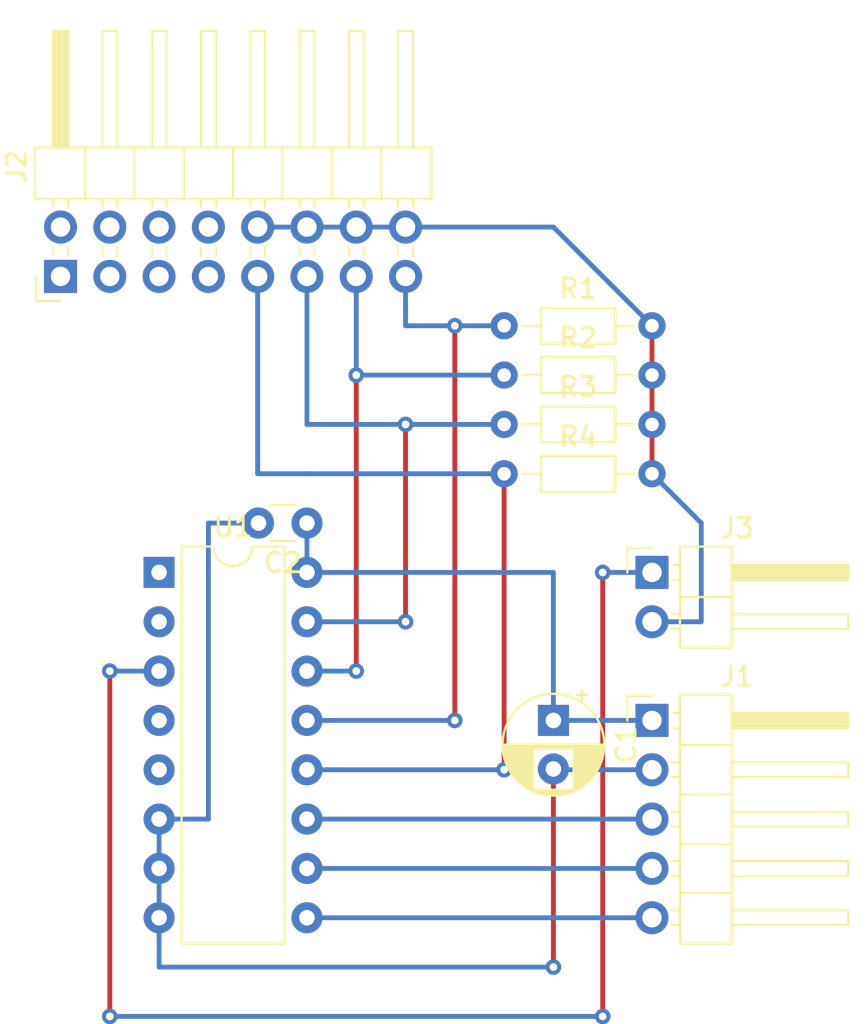
<source format=kicad_pcb>
(kicad_pcb (version 20171130) (host pcbnew 5.1.9-1.fc33)

  (general
    (thickness 1.6)
    (drawings 0)
    (tracks 61)
    (zones 0)
    (modules 10)
    (nets 12)
  )

  (page A4)
  (layers
    (0 F.Cu signal)
    (31 B.Cu signal)
    (32 B.Adhes user)
    (33 F.Adhes user)
    (34 B.Paste user)
    (35 F.Paste user)
    (36 B.SilkS user)
    (37 F.SilkS user)
    (38 B.Mask user)
    (39 F.Mask user)
    (40 Dwgs.User user)
    (41 Cmts.User user)
    (42 Eco1.User user)
    (43 Eco2.User user)
    (44 Edge.Cuts user)
    (45 Margin user)
    (46 B.CrtYd user)
    (47 F.CrtYd user)
    (48 B.Fab user)
    (49 F.Fab user)
  )

  (setup
    (last_trace_width 0.25)
    (trace_clearance 0.2)
    (zone_clearance 0.508)
    (zone_45_only no)
    (trace_min 0.2)
    (via_size 0.8)
    (via_drill 0.4)
    (via_min_size 0.4)
    (via_min_drill 0.3)
    (uvia_size 0.3)
    (uvia_drill 0.1)
    (uvias_allowed no)
    (uvia_min_size 0.2)
    (uvia_min_drill 0.1)
    (edge_width 0.05)
    (segment_width 0.2)
    (pcb_text_width 0.3)
    (pcb_text_size 1.5 1.5)
    (mod_edge_width 0.12)
    (mod_text_size 1 1)
    (mod_text_width 0.15)
    (pad_size 1.524 1.524)
    (pad_drill 0.762)
    (pad_to_mask_clearance 0)
    (aux_axis_origin 0 0)
    (visible_elements FFFFFF7F)
    (pcbplotparams
      (layerselection 0x010fc_ffffffff)
      (usegerberextensions false)
      (usegerberattributes true)
      (usegerberadvancedattributes true)
      (creategerberjobfile true)
      (excludeedgelayer true)
      (linewidth 0.100000)
      (plotframeref false)
      (viasonmask false)
      (mode 1)
      (useauxorigin false)
      (hpglpennumber 1)
      (hpglpenspeed 20)
      (hpglpendiameter 15.000000)
      (psnegative false)
      (psa4output false)
      (plotreference true)
      (plotvalue true)
      (plotinvisibletext false)
      (padsonsilk false)
      (subtractmaskfromsilk false)
      (outputformat 1)
      (mirror false)
      (drillshape 1)
      (scaleselection 1)
      (outputdirectory ""))
  )

  (net 0 "")
  (net 1 VDD)
  (net 2 GND)
  (net 3 "Net-(J1-Pad3)")
  (net 4 "Net-(J1-Pad4)")
  (net 5 "Net-(J1-Pad5)")
  (net 6 "Net-(J2-Pad10)")
  (net 7 "Net-(J3-Pad1)")
  (net 8 "Net-(J2-Pad15)")
  (net 9 "Net-(J2-Pad13)")
  (net 10 "Net-(J2-Pad11)")
  (net 11 "Net-(J2-Pad9)")

  (net_class Default "This is the default net class."
    (clearance 0.2)
    (trace_width 0.25)
    (via_dia 0.8)
    (via_drill 0.4)
    (uvia_dia 0.3)
    (uvia_drill 0.1)
    (add_net GND)
    (add_net "Net-(J1-Pad3)")
    (add_net "Net-(J1-Pad4)")
    (add_net "Net-(J1-Pad5)")
    (add_net "Net-(J2-Pad10)")
    (add_net "Net-(J2-Pad11)")
    (add_net "Net-(J2-Pad13)")
    (add_net "Net-(J2-Pad15)")
    (add_net "Net-(J2-Pad9)")
    (add_net "Net-(J3-Pad1)")
    (add_net VDD)
  )

  (module Connector_PinHeader_2.54mm:PinHeader_1x02_P2.54mm_Horizontal (layer F.Cu) (tedit 59FED5CB) (tstamp 602E59BA)
    (at 142.24 76.2)
    (descr "Through hole angled pin header, 1x02, 2.54mm pitch, 6mm pin length, single row")
    (tags "Through hole angled pin header THT 1x02 2.54mm single row")
    (path /604C548C)
    (fp_text reference J3 (at 4.385 -2.27) (layer F.SilkS)
      (effects (font (size 1 1) (thickness 0.15)))
    )
    (fp_text value Conn_01x02_Male (at 4.385 4.81) (layer F.Fab)
      (effects (font (size 1 1) (thickness 0.15)))
    )
    (fp_line (start 2.135 -1.27) (end 4.04 -1.27) (layer F.Fab) (width 0.1))
    (fp_line (start 4.04 -1.27) (end 4.04 3.81) (layer F.Fab) (width 0.1))
    (fp_line (start 4.04 3.81) (end 1.5 3.81) (layer F.Fab) (width 0.1))
    (fp_line (start 1.5 3.81) (end 1.5 -0.635) (layer F.Fab) (width 0.1))
    (fp_line (start 1.5 -0.635) (end 2.135 -1.27) (layer F.Fab) (width 0.1))
    (fp_line (start -0.32 -0.32) (end 1.5 -0.32) (layer F.Fab) (width 0.1))
    (fp_line (start -0.32 -0.32) (end -0.32 0.32) (layer F.Fab) (width 0.1))
    (fp_line (start -0.32 0.32) (end 1.5 0.32) (layer F.Fab) (width 0.1))
    (fp_line (start 4.04 -0.32) (end 10.04 -0.32) (layer F.Fab) (width 0.1))
    (fp_line (start 10.04 -0.32) (end 10.04 0.32) (layer F.Fab) (width 0.1))
    (fp_line (start 4.04 0.32) (end 10.04 0.32) (layer F.Fab) (width 0.1))
    (fp_line (start -0.32 2.22) (end 1.5 2.22) (layer F.Fab) (width 0.1))
    (fp_line (start -0.32 2.22) (end -0.32 2.86) (layer F.Fab) (width 0.1))
    (fp_line (start -0.32 2.86) (end 1.5 2.86) (layer F.Fab) (width 0.1))
    (fp_line (start 4.04 2.22) (end 10.04 2.22) (layer F.Fab) (width 0.1))
    (fp_line (start 10.04 2.22) (end 10.04 2.86) (layer F.Fab) (width 0.1))
    (fp_line (start 4.04 2.86) (end 10.04 2.86) (layer F.Fab) (width 0.1))
    (fp_line (start 1.44 -1.33) (end 1.44 3.87) (layer F.SilkS) (width 0.12))
    (fp_line (start 1.44 3.87) (end 4.1 3.87) (layer F.SilkS) (width 0.12))
    (fp_line (start 4.1 3.87) (end 4.1 -1.33) (layer F.SilkS) (width 0.12))
    (fp_line (start 4.1 -1.33) (end 1.44 -1.33) (layer F.SilkS) (width 0.12))
    (fp_line (start 4.1 -0.38) (end 10.1 -0.38) (layer F.SilkS) (width 0.12))
    (fp_line (start 10.1 -0.38) (end 10.1 0.38) (layer F.SilkS) (width 0.12))
    (fp_line (start 10.1 0.38) (end 4.1 0.38) (layer F.SilkS) (width 0.12))
    (fp_line (start 4.1 -0.32) (end 10.1 -0.32) (layer F.SilkS) (width 0.12))
    (fp_line (start 4.1 -0.2) (end 10.1 -0.2) (layer F.SilkS) (width 0.12))
    (fp_line (start 4.1 -0.08) (end 10.1 -0.08) (layer F.SilkS) (width 0.12))
    (fp_line (start 4.1 0.04) (end 10.1 0.04) (layer F.SilkS) (width 0.12))
    (fp_line (start 4.1 0.16) (end 10.1 0.16) (layer F.SilkS) (width 0.12))
    (fp_line (start 4.1 0.28) (end 10.1 0.28) (layer F.SilkS) (width 0.12))
    (fp_line (start 1.11 -0.38) (end 1.44 -0.38) (layer F.SilkS) (width 0.12))
    (fp_line (start 1.11 0.38) (end 1.44 0.38) (layer F.SilkS) (width 0.12))
    (fp_line (start 1.44 1.27) (end 4.1 1.27) (layer F.SilkS) (width 0.12))
    (fp_line (start 4.1 2.16) (end 10.1 2.16) (layer F.SilkS) (width 0.12))
    (fp_line (start 10.1 2.16) (end 10.1 2.92) (layer F.SilkS) (width 0.12))
    (fp_line (start 10.1 2.92) (end 4.1 2.92) (layer F.SilkS) (width 0.12))
    (fp_line (start 1.042929 2.16) (end 1.44 2.16) (layer F.SilkS) (width 0.12))
    (fp_line (start 1.042929 2.92) (end 1.44 2.92) (layer F.SilkS) (width 0.12))
    (fp_line (start -1.27 0) (end -1.27 -1.27) (layer F.SilkS) (width 0.12))
    (fp_line (start -1.27 -1.27) (end 0 -1.27) (layer F.SilkS) (width 0.12))
    (fp_line (start -1.8 -1.8) (end -1.8 4.35) (layer F.CrtYd) (width 0.05))
    (fp_line (start -1.8 4.35) (end 10.55 4.35) (layer F.CrtYd) (width 0.05))
    (fp_line (start 10.55 4.35) (end 10.55 -1.8) (layer F.CrtYd) (width 0.05))
    (fp_line (start 10.55 -1.8) (end -1.8 -1.8) (layer F.CrtYd) (width 0.05))
    (fp_text user %R (at 2.77 1.27 90) (layer F.Fab)
      (effects (font (size 1 1) (thickness 0.15)))
    )
    (pad 1 thru_hole rect (at 0 0) (size 1.7 1.7) (drill 1) (layers *.Cu *.Mask)
      (net 7 "Net-(J3-Pad1)"))
    (pad 2 thru_hole oval (at 0 2.54) (size 1.7 1.7) (drill 1) (layers *.Cu *.Mask)
      (net 6 "Net-(J2-Pad10)"))
    (model ${KISYS3DMOD}/Connector_PinHeader_2.54mm.3dshapes/PinHeader_1x02_P2.54mm_Horizontal.wrl
      (at (xyz 0 0 0))
      (scale (xyz 1 1 1))
      (rotate (xyz 0 0 0))
    )
  )

  (module Package_DIP:DIP-16_W7.62mm (layer F.Cu) (tedit 5A02E8C5) (tstamp 602DFB0B)
    (at 116.84 76.2)
    (descr "16-lead though-hole mounted DIP package, row spacing 7.62 mm (300 mils)")
    (tags "THT DIP DIL PDIP 2.54mm 7.62mm 300mil")
    (path /60481B08)
    (fp_text reference U1 (at 3.81 -2.33) (layer F.SilkS)
      (effects (font (size 1 1) (thickness 0.15)))
    )
    (fp_text value 4051 (at 3.81 20.11) (layer F.Fab)
      (effects (font (size 1 1) (thickness 0.15)))
    )
    (fp_line (start 1.635 -1.27) (end 6.985 -1.27) (layer F.Fab) (width 0.1))
    (fp_line (start 6.985 -1.27) (end 6.985 19.05) (layer F.Fab) (width 0.1))
    (fp_line (start 6.985 19.05) (end 0.635 19.05) (layer F.Fab) (width 0.1))
    (fp_line (start 0.635 19.05) (end 0.635 -0.27) (layer F.Fab) (width 0.1))
    (fp_line (start 0.635 -0.27) (end 1.635 -1.27) (layer F.Fab) (width 0.1))
    (fp_line (start 2.81 -1.33) (end 1.16 -1.33) (layer F.SilkS) (width 0.12))
    (fp_line (start 1.16 -1.33) (end 1.16 19.11) (layer F.SilkS) (width 0.12))
    (fp_line (start 1.16 19.11) (end 6.46 19.11) (layer F.SilkS) (width 0.12))
    (fp_line (start 6.46 19.11) (end 6.46 -1.33) (layer F.SilkS) (width 0.12))
    (fp_line (start 6.46 -1.33) (end 4.81 -1.33) (layer F.SilkS) (width 0.12))
    (fp_line (start -1.1 -1.55) (end -1.1 19.3) (layer F.CrtYd) (width 0.05))
    (fp_line (start -1.1 19.3) (end 8.7 19.3) (layer F.CrtYd) (width 0.05))
    (fp_line (start 8.7 19.3) (end 8.7 -1.55) (layer F.CrtYd) (width 0.05))
    (fp_line (start 8.7 -1.55) (end -1.1 -1.55) (layer F.CrtYd) (width 0.05))
    (fp_arc (start 3.81 -1.33) (end 2.81 -1.33) (angle -180) (layer F.SilkS) (width 0.12))
    (fp_text user %R (at 3.81 8.89) (layer F.Fab)
      (effects (font (size 1 1) (thickness 0.15)))
    )
    (pad 1 thru_hole rect (at 0 0) (size 1.6 1.6) (drill 0.8) (layers *.Cu *.Mask))
    (pad 9 thru_hole oval (at 7.62 17.78) (size 1.6 1.6) (drill 0.8) (layers *.Cu *.Mask)
      (net 5 "Net-(J1-Pad5)"))
    (pad 2 thru_hole oval (at 0 2.54) (size 1.6 1.6) (drill 0.8) (layers *.Cu *.Mask))
    (pad 10 thru_hole oval (at 7.62 15.24) (size 1.6 1.6) (drill 0.8) (layers *.Cu *.Mask)
      (net 4 "Net-(J1-Pad4)"))
    (pad 3 thru_hole oval (at 0 5.08) (size 1.6 1.6) (drill 0.8) (layers *.Cu *.Mask)
      (net 7 "Net-(J3-Pad1)"))
    (pad 11 thru_hole oval (at 7.62 12.7) (size 1.6 1.6) (drill 0.8) (layers *.Cu *.Mask)
      (net 3 "Net-(J1-Pad3)"))
    (pad 4 thru_hole oval (at 0 7.62) (size 1.6 1.6) (drill 0.8) (layers *.Cu *.Mask))
    (pad 12 thru_hole oval (at 7.62 10.16) (size 1.6 1.6) (drill 0.8) (layers *.Cu *.Mask)
      (net 11 "Net-(J2-Pad9)"))
    (pad 5 thru_hole oval (at 0 10.16) (size 1.6 1.6) (drill 0.8) (layers *.Cu *.Mask))
    (pad 13 thru_hole oval (at 7.62 7.62) (size 1.6 1.6) (drill 0.8) (layers *.Cu *.Mask)
      (net 8 "Net-(J2-Pad15)"))
    (pad 6 thru_hole oval (at 0 12.7) (size 1.6 1.6) (drill 0.8) (layers *.Cu *.Mask)
      (net 2 GND))
    (pad 14 thru_hole oval (at 7.62 5.08) (size 1.6 1.6) (drill 0.8) (layers *.Cu *.Mask)
      (net 9 "Net-(J2-Pad13)"))
    (pad 7 thru_hole oval (at 0 15.24) (size 1.6 1.6) (drill 0.8) (layers *.Cu *.Mask)
      (net 2 GND))
    (pad 15 thru_hole oval (at 7.62 2.54) (size 1.6 1.6) (drill 0.8) (layers *.Cu *.Mask)
      (net 10 "Net-(J2-Pad11)"))
    (pad 8 thru_hole oval (at 0 17.78) (size 1.6 1.6) (drill 0.8) (layers *.Cu *.Mask)
      (net 2 GND))
    (pad 16 thru_hole oval (at 7.62 0) (size 1.6 1.6) (drill 0.8) (layers *.Cu *.Mask)
      (net 1 VDD))
    (model ${KISYS3DMOD}/Package_DIP.3dshapes/DIP-16_W7.62mm.wrl
      (at (xyz 0 0 0))
      (scale (xyz 1 1 1))
      (rotate (xyz 0 0 0))
    )
  )

  (module Connector_PinHeader_2.54mm:PinHeader_2x08_P2.54mm_Horizontal (layer F.Cu) (tedit 59FED5CB) (tstamp 602DF9FC)
    (at 111.76 60.96 90)
    (descr "Through hole angled pin header, 2x08, 2.54mm pitch, 6mm pin length, double rows")
    (tags "Through hole angled pin header THT 2x08 2.54mm double row")
    (path /602DFCF7)
    (fp_text reference J2 (at 5.655 -2.27 90) (layer F.SilkS)
      (effects (font (size 1 1) (thickness 0.15)))
    )
    (fp_text value Conn_02x08_Odd_Even (at 5.655 20.05 90) (layer F.Fab)
      (effects (font (size 1 1) (thickness 0.15)))
    )
    (fp_line (start 13.1 -1.8) (end -1.8 -1.8) (layer F.CrtYd) (width 0.05))
    (fp_line (start 13.1 19.55) (end 13.1 -1.8) (layer F.CrtYd) (width 0.05))
    (fp_line (start -1.8 19.55) (end 13.1 19.55) (layer F.CrtYd) (width 0.05))
    (fp_line (start -1.8 -1.8) (end -1.8 19.55) (layer F.CrtYd) (width 0.05))
    (fp_line (start -1.27 -1.27) (end 0 -1.27) (layer F.SilkS) (width 0.12))
    (fp_line (start -1.27 0) (end -1.27 -1.27) (layer F.SilkS) (width 0.12))
    (fp_line (start 1.042929 18.16) (end 1.497071 18.16) (layer F.SilkS) (width 0.12))
    (fp_line (start 1.042929 17.4) (end 1.497071 17.4) (layer F.SilkS) (width 0.12))
    (fp_line (start 3.582929 18.16) (end 3.98 18.16) (layer F.SilkS) (width 0.12))
    (fp_line (start 3.582929 17.4) (end 3.98 17.4) (layer F.SilkS) (width 0.12))
    (fp_line (start 12.64 18.16) (end 6.64 18.16) (layer F.SilkS) (width 0.12))
    (fp_line (start 12.64 17.4) (end 12.64 18.16) (layer F.SilkS) (width 0.12))
    (fp_line (start 6.64 17.4) (end 12.64 17.4) (layer F.SilkS) (width 0.12))
    (fp_line (start 3.98 16.51) (end 6.64 16.51) (layer F.SilkS) (width 0.12))
    (fp_line (start 1.042929 15.62) (end 1.497071 15.62) (layer F.SilkS) (width 0.12))
    (fp_line (start 1.042929 14.86) (end 1.497071 14.86) (layer F.SilkS) (width 0.12))
    (fp_line (start 3.582929 15.62) (end 3.98 15.62) (layer F.SilkS) (width 0.12))
    (fp_line (start 3.582929 14.86) (end 3.98 14.86) (layer F.SilkS) (width 0.12))
    (fp_line (start 12.64 15.62) (end 6.64 15.62) (layer F.SilkS) (width 0.12))
    (fp_line (start 12.64 14.86) (end 12.64 15.62) (layer F.SilkS) (width 0.12))
    (fp_line (start 6.64 14.86) (end 12.64 14.86) (layer F.SilkS) (width 0.12))
    (fp_line (start 3.98 13.97) (end 6.64 13.97) (layer F.SilkS) (width 0.12))
    (fp_line (start 1.042929 13.08) (end 1.497071 13.08) (layer F.SilkS) (width 0.12))
    (fp_line (start 1.042929 12.32) (end 1.497071 12.32) (layer F.SilkS) (width 0.12))
    (fp_line (start 3.582929 13.08) (end 3.98 13.08) (layer F.SilkS) (width 0.12))
    (fp_line (start 3.582929 12.32) (end 3.98 12.32) (layer F.SilkS) (width 0.12))
    (fp_line (start 12.64 13.08) (end 6.64 13.08) (layer F.SilkS) (width 0.12))
    (fp_line (start 12.64 12.32) (end 12.64 13.08) (layer F.SilkS) (width 0.12))
    (fp_line (start 6.64 12.32) (end 12.64 12.32) (layer F.SilkS) (width 0.12))
    (fp_line (start 3.98 11.43) (end 6.64 11.43) (layer F.SilkS) (width 0.12))
    (fp_line (start 1.042929 10.54) (end 1.497071 10.54) (layer F.SilkS) (width 0.12))
    (fp_line (start 1.042929 9.78) (end 1.497071 9.78) (layer F.SilkS) (width 0.12))
    (fp_line (start 3.582929 10.54) (end 3.98 10.54) (layer F.SilkS) (width 0.12))
    (fp_line (start 3.582929 9.78) (end 3.98 9.78) (layer F.SilkS) (width 0.12))
    (fp_line (start 12.64 10.54) (end 6.64 10.54) (layer F.SilkS) (width 0.12))
    (fp_line (start 12.64 9.78) (end 12.64 10.54) (layer F.SilkS) (width 0.12))
    (fp_line (start 6.64 9.78) (end 12.64 9.78) (layer F.SilkS) (width 0.12))
    (fp_line (start 3.98 8.89) (end 6.64 8.89) (layer F.SilkS) (width 0.12))
    (fp_line (start 1.042929 8) (end 1.497071 8) (layer F.SilkS) (width 0.12))
    (fp_line (start 1.042929 7.24) (end 1.497071 7.24) (layer F.SilkS) (width 0.12))
    (fp_line (start 3.582929 8) (end 3.98 8) (layer F.SilkS) (width 0.12))
    (fp_line (start 3.582929 7.24) (end 3.98 7.24) (layer F.SilkS) (width 0.12))
    (fp_line (start 12.64 8) (end 6.64 8) (layer F.SilkS) (width 0.12))
    (fp_line (start 12.64 7.24) (end 12.64 8) (layer F.SilkS) (width 0.12))
    (fp_line (start 6.64 7.24) (end 12.64 7.24) (layer F.SilkS) (width 0.12))
    (fp_line (start 3.98 6.35) (end 6.64 6.35) (layer F.SilkS) (width 0.12))
    (fp_line (start 1.042929 5.46) (end 1.497071 5.46) (layer F.SilkS) (width 0.12))
    (fp_line (start 1.042929 4.7) (end 1.497071 4.7) (layer F.SilkS) (width 0.12))
    (fp_line (start 3.582929 5.46) (end 3.98 5.46) (layer F.SilkS) (width 0.12))
    (fp_line (start 3.582929 4.7) (end 3.98 4.7) (layer F.SilkS) (width 0.12))
    (fp_line (start 12.64 5.46) (end 6.64 5.46) (layer F.SilkS) (width 0.12))
    (fp_line (start 12.64 4.7) (end 12.64 5.46) (layer F.SilkS) (width 0.12))
    (fp_line (start 6.64 4.7) (end 12.64 4.7) (layer F.SilkS) (width 0.12))
    (fp_line (start 3.98 3.81) (end 6.64 3.81) (layer F.SilkS) (width 0.12))
    (fp_line (start 1.042929 2.92) (end 1.497071 2.92) (layer F.SilkS) (width 0.12))
    (fp_line (start 1.042929 2.16) (end 1.497071 2.16) (layer F.SilkS) (width 0.12))
    (fp_line (start 3.582929 2.92) (end 3.98 2.92) (layer F.SilkS) (width 0.12))
    (fp_line (start 3.582929 2.16) (end 3.98 2.16) (layer F.SilkS) (width 0.12))
    (fp_line (start 12.64 2.92) (end 6.64 2.92) (layer F.SilkS) (width 0.12))
    (fp_line (start 12.64 2.16) (end 12.64 2.92) (layer F.SilkS) (width 0.12))
    (fp_line (start 6.64 2.16) (end 12.64 2.16) (layer F.SilkS) (width 0.12))
    (fp_line (start 3.98 1.27) (end 6.64 1.27) (layer F.SilkS) (width 0.12))
    (fp_line (start 1.11 0.38) (end 1.497071 0.38) (layer F.SilkS) (width 0.12))
    (fp_line (start 1.11 -0.38) (end 1.497071 -0.38) (layer F.SilkS) (width 0.12))
    (fp_line (start 3.582929 0.38) (end 3.98 0.38) (layer F.SilkS) (width 0.12))
    (fp_line (start 3.582929 -0.38) (end 3.98 -0.38) (layer F.SilkS) (width 0.12))
    (fp_line (start 6.64 0.28) (end 12.64 0.28) (layer F.SilkS) (width 0.12))
    (fp_line (start 6.64 0.16) (end 12.64 0.16) (layer F.SilkS) (width 0.12))
    (fp_line (start 6.64 0.04) (end 12.64 0.04) (layer F.SilkS) (width 0.12))
    (fp_line (start 6.64 -0.08) (end 12.64 -0.08) (layer F.SilkS) (width 0.12))
    (fp_line (start 6.64 -0.2) (end 12.64 -0.2) (layer F.SilkS) (width 0.12))
    (fp_line (start 6.64 -0.32) (end 12.64 -0.32) (layer F.SilkS) (width 0.12))
    (fp_line (start 12.64 0.38) (end 6.64 0.38) (layer F.SilkS) (width 0.12))
    (fp_line (start 12.64 -0.38) (end 12.64 0.38) (layer F.SilkS) (width 0.12))
    (fp_line (start 6.64 -0.38) (end 12.64 -0.38) (layer F.SilkS) (width 0.12))
    (fp_line (start 6.64 -1.33) (end 3.98 -1.33) (layer F.SilkS) (width 0.12))
    (fp_line (start 6.64 19.11) (end 6.64 -1.33) (layer F.SilkS) (width 0.12))
    (fp_line (start 3.98 19.11) (end 6.64 19.11) (layer F.SilkS) (width 0.12))
    (fp_line (start 3.98 -1.33) (end 3.98 19.11) (layer F.SilkS) (width 0.12))
    (fp_line (start 6.58 18.1) (end 12.58 18.1) (layer F.Fab) (width 0.1))
    (fp_line (start 12.58 17.46) (end 12.58 18.1) (layer F.Fab) (width 0.1))
    (fp_line (start 6.58 17.46) (end 12.58 17.46) (layer F.Fab) (width 0.1))
    (fp_line (start -0.32 18.1) (end 4.04 18.1) (layer F.Fab) (width 0.1))
    (fp_line (start -0.32 17.46) (end -0.32 18.1) (layer F.Fab) (width 0.1))
    (fp_line (start -0.32 17.46) (end 4.04 17.46) (layer F.Fab) (width 0.1))
    (fp_line (start 6.58 15.56) (end 12.58 15.56) (layer F.Fab) (width 0.1))
    (fp_line (start 12.58 14.92) (end 12.58 15.56) (layer F.Fab) (width 0.1))
    (fp_line (start 6.58 14.92) (end 12.58 14.92) (layer F.Fab) (width 0.1))
    (fp_line (start -0.32 15.56) (end 4.04 15.56) (layer F.Fab) (width 0.1))
    (fp_line (start -0.32 14.92) (end -0.32 15.56) (layer F.Fab) (width 0.1))
    (fp_line (start -0.32 14.92) (end 4.04 14.92) (layer F.Fab) (width 0.1))
    (fp_line (start 6.58 13.02) (end 12.58 13.02) (layer F.Fab) (width 0.1))
    (fp_line (start 12.58 12.38) (end 12.58 13.02) (layer F.Fab) (width 0.1))
    (fp_line (start 6.58 12.38) (end 12.58 12.38) (layer F.Fab) (width 0.1))
    (fp_line (start -0.32 13.02) (end 4.04 13.02) (layer F.Fab) (width 0.1))
    (fp_line (start -0.32 12.38) (end -0.32 13.02) (layer F.Fab) (width 0.1))
    (fp_line (start -0.32 12.38) (end 4.04 12.38) (layer F.Fab) (width 0.1))
    (fp_line (start 6.58 10.48) (end 12.58 10.48) (layer F.Fab) (width 0.1))
    (fp_line (start 12.58 9.84) (end 12.58 10.48) (layer F.Fab) (width 0.1))
    (fp_line (start 6.58 9.84) (end 12.58 9.84) (layer F.Fab) (width 0.1))
    (fp_line (start -0.32 10.48) (end 4.04 10.48) (layer F.Fab) (width 0.1))
    (fp_line (start -0.32 9.84) (end -0.32 10.48) (layer F.Fab) (width 0.1))
    (fp_line (start -0.32 9.84) (end 4.04 9.84) (layer F.Fab) (width 0.1))
    (fp_line (start 6.58 7.94) (end 12.58 7.94) (layer F.Fab) (width 0.1))
    (fp_line (start 12.58 7.3) (end 12.58 7.94) (layer F.Fab) (width 0.1))
    (fp_line (start 6.58 7.3) (end 12.58 7.3) (layer F.Fab) (width 0.1))
    (fp_line (start -0.32 7.94) (end 4.04 7.94) (layer F.Fab) (width 0.1))
    (fp_line (start -0.32 7.3) (end -0.32 7.94) (layer F.Fab) (width 0.1))
    (fp_line (start -0.32 7.3) (end 4.04 7.3) (layer F.Fab) (width 0.1))
    (fp_line (start 6.58 5.4) (end 12.58 5.4) (layer F.Fab) (width 0.1))
    (fp_line (start 12.58 4.76) (end 12.58 5.4) (layer F.Fab) (width 0.1))
    (fp_line (start 6.58 4.76) (end 12.58 4.76) (layer F.Fab) (width 0.1))
    (fp_line (start -0.32 5.4) (end 4.04 5.4) (layer F.Fab) (width 0.1))
    (fp_line (start -0.32 4.76) (end -0.32 5.4) (layer F.Fab) (width 0.1))
    (fp_line (start -0.32 4.76) (end 4.04 4.76) (layer F.Fab) (width 0.1))
    (fp_line (start 6.58 2.86) (end 12.58 2.86) (layer F.Fab) (width 0.1))
    (fp_line (start 12.58 2.22) (end 12.58 2.86) (layer F.Fab) (width 0.1))
    (fp_line (start 6.58 2.22) (end 12.58 2.22) (layer F.Fab) (width 0.1))
    (fp_line (start -0.32 2.86) (end 4.04 2.86) (layer F.Fab) (width 0.1))
    (fp_line (start -0.32 2.22) (end -0.32 2.86) (layer F.Fab) (width 0.1))
    (fp_line (start -0.32 2.22) (end 4.04 2.22) (layer F.Fab) (width 0.1))
    (fp_line (start 6.58 0.32) (end 12.58 0.32) (layer F.Fab) (width 0.1))
    (fp_line (start 12.58 -0.32) (end 12.58 0.32) (layer F.Fab) (width 0.1))
    (fp_line (start 6.58 -0.32) (end 12.58 -0.32) (layer F.Fab) (width 0.1))
    (fp_line (start -0.32 0.32) (end 4.04 0.32) (layer F.Fab) (width 0.1))
    (fp_line (start -0.32 -0.32) (end -0.32 0.32) (layer F.Fab) (width 0.1))
    (fp_line (start -0.32 -0.32) (end 4.04 -0.32) (layer F.Fab) (width 0.1))
    (fp_line (start 4.04 -0.635) (end 4.675 -1.27) (layer F.Fab) (width 0.1))
    (fp_line (start 4.04 19.05) (end 4.04 -0.635) (layer F.Fab) (width 0.1))
    (fp_line (start 6.58 19.05) (end 4.04 19.05) (layer F.Fab) (width 0.1))
    (fp_line (start 6.58 -1.27) (end 6.58 19.05) (layer F.Fab) (width 0.1))
    (fp_line (start 4.675 -1.27) (end 6.58 -1.27) (layer F.Fab) (width 0.1))
    (fp_text user %R (at 5.31 8.89) (layer F.Fab)
      (effects (font (size 1 1) (thickness 0.15)))
    )
    (pad 16 thru_hole oval (at 2.54 17.78 90) (size 1.7 1.7) (drill 1) (layers *.Cu *.Mask)
      (net 6 "Net-(J2-Pad10)"))
    (pad 15 thru_hole oval (at 0 17.78 90) (size 1.7 1.7) (drill 1) (layers *.Cu *.Mask)
      (net 8 "Net-(J2-Pad15)"))
    (pad 14 thru_hole oval (at 2.54 15.24 90) (size 1.7 1.7) (drill 1) (layers *.Cu *.Mask)
      (net 6 "Net-(J2-Pad10)"))
    (pad 13 thru_hole oval (at 0 15.24 90) (size 1.7 1.7) (drill 1) (layers *.Cu *.Mask)
      (net 9 "Net-(J2-Pad13)"))
    (pad 12 thru_hole oval (at 2.54 12.7 90) (size 1.7 1.7) (drill 1) (layers *.Cu *.Mask)
      (net 6 "Net-(J2-Pad10)"))
    (pad 11 thru_hole oval (at 0 12.7 90) (size 1.7 1.7) (drill 1) (layers *.Cu *.Mask)
      (net 10 "Net-(J2-Pad11)"))
    (pad 10 thru_hole oval (at 2.54 10.16 90) (size 1.7 1.7) (drill 1) (layers *.Cu *.Mask)
      (net 6 "Net-(J2-Pad10)"))
    (pad 9 thru_hole oval (at 0 10.16 90) (size 1.7 1.7) (drill 1) (layers *.Cu *.Mask)
      (net 11 "Net-(J2-Pad9)"))
    (pad 8 thru_hole oval (at 2.54 7.62 90) (size 1.7 1.7) (drill 1) (layers *.Cu *.Mask))
    (pad 7 thru_hole oval (at 0 7.62 90) (size 1.7 1.7) (drill 1) (layers *.Cu *.Mask))
    (pad 6 thru_hole oval (at 2.54 5.08 90) (size 1.7 1.7) (drill 1) (layers *.Cu *.Mask))
    (pad 5 thru_hole oval (at 0 5.08 90) (size 1.7 1.7) (drill 1) (layers *.Cu *.Mask))
    (pad 4 thru_hole oval (at 2.54 2.54 90) (size 1.7 1.7) (drill 1) (layers *.Cu *.Mask))
    (pad 3 thru_hole oval (at 0 2.54 90) (size 1.7 1.7) (drill 1) (layers *.Cu *.Mask))
    (pad 2 thru_hole oval (at 2.54 0 90) (size 1.7 1.7) (drill 1) (layers *.Cu *.Mask))
    (pad 1 thru_hole rect (at 0 0 90) (size 1.7 1.7) (drill 1) (layers *.Cu *.Mask))
    (model ${KISYS3DMOD}/Connector_PinHeader_2.54mm.3dshapes/PinHeader_2x08_P2.54mm_Horizontal.wrl
      (at (xyz 0 0 0))
      (scale (xyz 1 1 1))
      (rotate (xyz 0 0 0))
    )
  )

  (module Resistor_THT:R_Axial_DIN0204_L3.6mm_D1.6mm_P7.62mm_Horizontal (layer F.Cu) (tedit 5AE5139B) (tstamp 602E3FA4)
    (at 134.62 63.5)
    (descr "Resistor, Axial_DIN0204 series, Axial, Horizontal, pin pitch=7.62mm, 0.167W, length*diameter=3.6*1.6mm^2, http://cdn-reichelt.de/documents/datenblatt/B400/1_4W%23YAG.pdf")
    (tags "Resistor Axial_DIN0204 series Axial Horizontal pin pitch 7.62mm 0.167W length 3.6mm diameter 1.6mm")
    (path /604A613D)
    (fp_text reference R1 (at 3.81 -1.92) (layer F.SilkS)
      (effects (font (size 1 1) (thickness 0.15)))
    )
    (fp_text value 1Meg (at 3.81 1.92) (layer F.Fab)
      (effects (font (size 1 1) (thickness 0.15)))
    )
    (fp_line (start 2.01 -0.8) (end 2.01 0.8) (layer F.Fab) (width 0.1))
    (fp_line (start 2.01 0.8) (end 5.61 0.8) (layer F.Fab) (width 0.1))
    (fp_line (start 5.61 0.8) (end 5.61 -0.8) (layer F.Fab) (width 0.1))
    (fp_line (start 5.61 -0.8) (end 2.01 -0.8) (layer F.Fab) (width 0.1))
    (fp_line (start 0 0) (end 2.01 0) (layer F.Fab) (width 0.1))
    (fp_line (start 7.62 0) (end 5.61 0) (layer F.Fab) (width 0.1))
    (fp_line (start 1.89 -0.92) (end 1.89 0.92) (layer F.SilkS) (width 0.12))
    (fp_line (start 1.89 0.92) (end 5.73 0.92) (layer F.SilkS) (width 0.12))
    (fp_line (start 5.73 0.92) (end 5.73 -0.92) (layer F.SilkS) (width 0.12))
    (fp_line (start 5.73 -0.92) (end 1.89 -0.92) (layer F.SilkS) (width 0.12))
    (fp_line (start 0.94 0) (end 1.89 0) (layer F.SilkS) (width 0.12))
    (fp_line (start 6.68 0) (end 5.73 0) (layer F.SilkS) (width 0.12))
    (fp_line (start -0.95 -1.05) (end -0.95 1.05) (layer F.CrtYd) (width 0.05))
    (fp_line (start -0.95 1.05) (end 8.57 1.05) (layer F.CrtYd) (width 0.05))
    (fp_line (start 8.57 1.05) (end 8.57 -1.05) (layer F.CrtYd) (width 0.05))
    (fp_line (start 8.57 -1.05) (end -0.95 -1.05) (layer F.CrtYd) (width 0.05))
    (fp_text user %R (at 3.81 0) (layer F.Fab)
      (effects (font (size 0.72 0.72) (thickness 0.108)))
    )
    (pad 1 thru_hole circle (at 0 0) (size 1.4 1.4) (drill 0.7) (layers *.Cu *.Mask)
      (net 8 "Net-(J2-Pad15)"))
    (pad 2 thru_hole oval (at 7.62 0) (size 1.4 1.4) (drill 0.7) (layers *.Cu *.Mask)
      (net 6 "Net-(J2-Pad10)"))
    (model ${KISYS3DMOD}/Resistor_THT.3dshapes/R_Axial_DIN0204_L3.6mm_D1.6mm_P7.62mm_Horizontal.wrl
      (at (xyz 0 0 0))
      (scale (xyz 1 1 1))
      (rotate (xyz 0 0 0))
    )
  )

  (module Resistor_THT:R_Axial_DIN0204_L3.6mm_D1.6mm_P7.62mm_Horizontal (layer F.Cu) (tedit 5AE5139B) (tstamp 602E3F62)
    (at 134.62 71.12)
    (descr "Resistor, Axial_DIN0204 series, Axial, Horizontal, pin pitch=7.62mm, 0.167W, length*diameter=3.6*1.6mm^2, http://cdn-reichelt.de/documents/datenblatt/B400/1_4W%23YAG.pdf")
    (tags "Resistor Axial_DIN0204 series Axial Horizontal pin pitch 7.62mm 0.167W length 3.6mm diameter 1.6mm")
    (path /604AB14B)
    (fp_text reference R4 (at 3.81 -1.92) (layer F.SilkS)
      (effects (font (size 1 1) (thickness 0.15)))
    )
    (fp_text value 1Meg (at 3.81 1.92) (layer F.Fab)
      (effects (font (size 1 1) (thickness 0.15)))
    )
    (fp_line (start 8.57 -1.05) (end -0.95 -1.05) (layer F.CrtYd) (width 0.05))
    (fp_line (start 8.57 1.05) (end 8.57 -1.05) (layer F.CrtYd) (width 0.05))
    (fp_line (start -0.95 1.05) (end 8.57 1.05) (layer F.CrtYd) (width 0.05))
    (fp_line (start -0.95 -1.05) (end -0.95 1.05) (layer F.CrtYd) (width 0.05))
    (fp_line (start 6.68 0) (end 5.73 0) (layer F.SilkS) (width 0.12))
    (fp_line (start 0.94 0) (end 1.89 0) (layer F.SilkS) (width 0.12))
    (fp_line (start 5.73 -0.92) (end 1.89 -0.92) (layer F.SilkS) (width 0.12))
    (fp_line (start 5.73 0.92) (end 5.73 -0.92) (layer F.SilkS) (width 0.12))
    (fp_line (start 1.89 0.92) (end 5.73 0.92) (layer F.SilkS) (width 0.12))
    (fp_line (start 1.89 -0.92) (end 1.89 0.92) (layer F.SilkS) (width 0.12))
    (fp_line (start 7.62 0) (end 5.61 0) (layer F.Fab) (width 0.1))
    (fp_line (start 0 0) (end 2.01 0) (layer F.Fab) (width 0.1))
    (fp_line (start 5.61 -0.8) (end 2.01 -0.8) (layer F.Fab) (width 0.1))
    (fp_line (start 5.61 0.8) (end 5.61 -0.8) (layer F.Fab) (width 0.1))
    (fp_line (start 2.01 0.8) (end 5.61 0.8) (layer F.Fab) (width 0.1))
    (fp_line (start 2.01 -0.8) (end 2.01 0.8) (layer F.Fab) (width 0.1))
    (fp_text user %R (at 3.81 0) (layer F.Fab)
      (effects (font (size 0.72 0.72) (thickness 0.108)))
    )
    (pad 2 thru_hole oval (at 7.62 0) (size 1.4 1.4) (drill 0.7) (layers *.Cu *.Mask)
      (net 6 "Net-(J2-Pad10)"))
    (pad 1 thru_hole circle (at 0 0) (size 1.4 1.4) (drill 0.7) (layers *.Cu *.Mask)
      (net 11 "Net-(J2-Pad9)"))
    (model ${KISYS3DMOD}/Resistor_THT.3dshapes/R_Axial_DIN0204_L3.6mm_D1.6mm_P7.62mm_Horizontal.wrl
      (at (xyz 0 0 0))
      (scale (xyz 1 1 1))
      (rotate (xyz 0 0 0))
    )
  )

  (module Resistor_THT:R_Axial_DIN0204_L3.6mm_D1.6mm_P7.62mm_Horizontal (layer F.Cu) (tedit 5AE5139B) (tstamp 602E7762)
    (at 134.62 66.04)
    (descr "Resistor, Axial_DIN0204 series, Axial, Horizontal, pin pitch=7.62mm, 0.167W, length*diameter=3.6*1.6mm^2, http://cdn-reichelt.de/documents/datenblatt/B400/1_4W%23YAG.pdf")
    (tags "Resistor Axial_DIN0204 series Axial Horizontal pin pitch 7.62mm 0.167W length 3.6mm diameter 1.6mm")
    (path /604AAB33)
    (fp_text reference R2 (at 3.81 -1.92) (layer F.SilkS)
      (effects (font (size 1 1) (thickness 0.15)))
    )
    (fp_text value 1Meg (at 3.81 1.92) (layer F.Fab)
      (effects (font (size 1 1) (thickness 0.15)))
    )
    (fp_line (start 8.57 -1.05) (end -0.95 -1.05) (layer F.CrtYd) (width 0.05))
    (fp_line (start 8.57 1.05) (end 8.57 -1.05) (layer F.CrtYd) (width 0.05))
    (fp_line (start -0.95 1.05) (end 8.57 1.05) (layer F.CrtYd) (width 0.05))
    (fp_line (start -0.95 -1.05) (end -0.95 1.05) (layer F.CrtYd) (width 0.05))
    (fp_line (start 6.68 0) (end 5.73 0) (layer F.SilkS) (width 0.12))
    (fp_line (start 0.94 0) (end 1.89 0) (layer F.SilkS) (width 0.12))
    (fp_line (start 5.73 -0.92) (end 1.89 -0.92) (layer F.SilkS) (width 0.12))
    (fp_line (start 5.73 0.92) (end 5.73 -0.92) (layer F.SilkS) (width 0.12))
    (fp_line (start 1.89 0.92) (end 5.73 0.92) (layer F.SilkS) (width 0.12))
    (fp_line (start 1.89 -0.92) (end 1.89 0.92) (layer F.SilkS) (width 0.12))
    (fp_line (start 7.62 0) (end 5.61 0) (layer F.Fab) (width 0.1))
    (fp_line (start 0 0) (end 2.01 0) (layer F.Fab) (width 0.1))
    (fp_line (start 5.61 -0.8) (end 2.01 -0.8) (layer F.Fab) (width 0.1))
    (fp_line (start 5.61 0.8) (end 5.61 -0.8) (layer F.Fab) (width 0.1))
    (fp_line (start 2.01 0.8) (end 5.61 0.8) (layer F.Fab) (width 0.1))
    (fp_line (start 2.01 -0.8) (end 2.01 0.8) (layer F.Fab) (width 0.1))
    (fp_text user %R (at 3.81 0) (layer F.Fab)
      (effects (font (size 0.72 0.72) (thickness 0.108)))
    )
    (pad 2 thru_hole oval (at 7.62 0) (size 1.4 1.4) (drill 0.7) (layers *.Cu *.Mask)
      (net 6 "Net-(J2-Pad10)"))
    (pad 1 thru_hole circle (at 0 0) (size 1.4 1.4) (drill 0.7) (layers *.Cu *.Mask)
      (net 9 "Net-(J2-Pad13)"))
    (model ${KISYS3DMOD}/Resistor_THT.3dshapes/R_Axial_DIN0204_L3.6mm_D1.6mm_P7.62mm_Horizontal.wrl
      (at (xyz 0 0 0))
      (scale (xyz 1 1 1))
      (rotate (xyz 0 0 0))
    )
  )

  (module Resistor_THT:R_Axial_DIN0204_L3.6mm_D1.6mm_P7.62mm_Horizontal (layer F.Cu) (tedit 5AE5139B) (tstamp 602E77E9)
    (at 134.62 68.58)
    (descr "Resistor, Axial_DIN0204 series, Axial, Horizontal, pin pitch=7.62mm, 0.167W, length*diameter=3.6*1.6mm^2, http://cdn-reichelt.de/documents/datenblatt/B400/1_4W%23YAG.pdf")
    (tags "Resistor Axial_DIN0204 series Axial Horizontal pin pitch 7.62mm 0.167W length 3.6mm diameter 1.6mm")
    (path /604AAE48)
    (fp_text reference R3 (at 3.81 -1.92) (layer F.SilkS)
      (effects (font (size 1 1) (thickness 0.15)))
    )
    (fp_text value 1Meg (at 3.81 1.92) (layer F.Fab)
      (effects (font (size 1 1) (thickness 0.15)))
    )
    (fp_line (start 2.01 -0.8) (end 2.01 0.8) (layer F.Fab) (width 0.1))
    (fp_line (start 2.01 0.8) (end 5.61 0.8) (layer F.Fab) (width 0.1))
    (fp_line (start 5.61 0.8) (end 5.61 -0.8) (layer F.Fab) (width 0.1))
    (fp_line (start 5.61 -0.8) (end 2.01 -0.8) (layer F.Fab) (width 0.1))
    (fp_line (start 0 0) (end 2.01 0) (layer F.Fab) (width 0.1))
    (fp_line (start 7.62 0) (end 5.61 0) (layer F.Fab) (width 0.1))
    (fp_line (start 1.89 -0.92) (end 1.89 0.92) (layer F.SilkS) (width 0.12))
    (fp_line (start 1.89 0.92) (end 5.73 0.92) (layer F.SilkS) (width 0.12))
    (fp_line (start 5.73 0.92) (end 5.73 -0.92) (layer F.SilkS) (width 0.12))
    (fp_line (start 5.73 -0.92) (end 1.89 -0.92) (layer F.SilkS) (width 0.12))
    (fp_line (start 0.94 0) (end 1.89 0) (layer F.SilkS) (width 0.12))
    (fp_line (start 6.68 0) (end 5.73 0) (layer F.SilkS) (width 0.12))
    (fp_line (start -0.95 -1.05) (end -0.95 1.05) (layer F.CrtYd) (width 0.05))
    (fp_line (start -0.95 1.05) (end 8.57 1.05) (layer F.CrtYd) (width 0.05))
    (fp_line (start 8.57 1.05) (end 8.57 -1.05) (layer F.CrtYd) (width 0.05))
    (fp_line (start 8.57 -1.05) (end -0.95 -1.05) (layer F.CrtYd) (width 0.05))
    (fp_text user %R (at 3.81 0 180) (layer F.Fab)
      (effects (font (size 0.72 0.72) (thickness 0.108)))
    )
    (pad 1 thru_hole circle (at 0 0) (size 1.4 1.4) (drill 0.7) (layers *.Cu *.Mask)
      (net 10 "Net-(J2-Pad11)"))
    (pad 2 thru_hole oval (at 7.62 0) (size 1.4 1.4) (drill 0.7) (layers *.Cu *.Mask)
      (net 6 "Net-(J2-Pad10)"))
    (model ${KISYS3DMOD}/Resistor_THT.3dshapes/R_Axial_DIN0204_L3.6mm_D1.6mm_P7.62mm_Horizontal.wrl
      (at (xyz 0 0 0))
      (scale (xyz 1 1 1))
      (rotate (xyz 0 0 0))
    )
  )

  (module Capacitor_THT:CP_Radial_D5.0mm_P2.50mm (layer F.Cu) (tedit 5AE50EF0) (tstamp 602DF878)
    (at 137.16 83.82 270)
    (descr "CP, Radial series, Radial, pin pitch=2.50mm, , diameter=5mm, Electrolytic Capacitor")
    (tags "CP Radial series Radial pin pitch 2.50mm  diameter 5mm Electrolytic Capacitor")
    (path /604885C4)
    (fp_text reference C1 (at 1.25 -3.75 90) (layer F.SilkS)
      (effects (font (size 1 1) (thickness 0.15)))
    )
    (fp_text value 10u (at 1.25 3.75 90) (layer F.Fab)
      (effects (font (size 1 1) (thickness 0.15)))
    )
    (fp_circle (center 1.25 0) (end 3.75 0) (layer F.Fab) (width 0.1))
    (fp_circle (center 1.25 0) (end 3.87 0) (layer F.SilkS) (width 0.12))
    (fp_circle (center 1.25 0) (end 4 0) (layer F.CrtYd) (width 0.05))
    (fp_line (start -0.883605 -1.0875) (end -0.383605 -1.0875) (layer F.Fab) (width 0.1))
    (fp_line (start -0.633605 -1.3375) (end -0.633605 -0.8375) (layer F.Fab) (width 0.1))
    (fp_line (start 1.25 -2.58) (end 1.25 2.58) (layer F.SilkS) (width 0.12))
    (fp_line (start 1.29 -2.58) (end 1.29 2.58) (layer F.SilkS) (width 0.12))
    (fp_line (start 1.33 -2.579) (end 1.33 2.579) (layer F.SilkS) (width 0.12))
    (fp_line (start 1.37 -2.578) (end 1.37 2.578) (layer F.SilkS) (width 0.12))
    (fp_line (start 1.41 -2.576) (end 1.41 2.576) (layer F.SilkS) (width 0.12))
    (fp_line (start 1.45 -2.573) (end 1.45 2.573) (layer F.SilkS) (width 0.12))
    (fp_line (start 1.49 -2.569) (end 1.49 -1.04) (layer F.SilkS) (width 0.12))
    (fp_line (start 1.49 1.04) (end 1.49 2.569) (layer F.SilkS) (width 0.12))
    (fp_line (start 1.53 -2.565) (end 1.53 -1.04) (layer F.SilkS) (width 0.12))
    (fp_line (start 1.53 1.04) (end 1.53 2.565) (layer F.SilkS) (width 0.12))
    (fp_line (start 1.57 -2.561) (end 1.57 -1.04) (layer F.SilkS) (width 0.12))
    (fp_line (start 1.57 1.04) (end 1.57 2.561) (layer F.SilkS) (width 0.12))
    (fp_line (start 1.61 -2.556) (end 1.61 -1.04) (layer F.SilkS) (width 0.12))
    (fp_line (start 1.61 1.04) (end 1.61 2.556) (layer F.SilkS) (width 0.12))
    (fp_line (start 1.65 -2.55) (end 1.65 -1.04) (layer F.SilkS) (width 0.12))
    (fp_line (start 1.65 1.04) (end 1.65 2.55) (layer F.SilkS) (width 0.12))
    (fp_line (start 1.69 -2.543) (end 1.69 -1.04) (layer F.SilkS) (width 0.12))
    (fp_line (start 1.69 1.04) (end 1.69 2.543) (layer F.SilkS) (width 0.12))
    (fp_line (start 1.73 -2.536) (end 1.73 -1.04) (layer F.SilkS) (width 0.12))
    (fp_line (start 1.73 1.04) (end 1.73 2.536) (layer F.SilkS) (width 0.12))
    (fp_line (start 1.77 -2.528) (end 1.77 -1.04) (layer F.SilkS) (width 0.12))
    (fp_line (start 1.77 1.04) (end 1.77 2.528) (layer F.SilkS) (width 0.12))
    (fp_line (start 1.81 -2.52) (end 1.81 -1.04) (layer F.SilkS) (width 0.12))
    (fp_line (start 1.81 1.04) (end 1.81 2.52) (layer F.SilkS) (width 0.12))
    (fp_line (start 1.85 -2.511) (end 1.85 -1.04) (layer F.SilkS) (width 0.12))
    (fp_line (start 1.85 1.04) (end 1.85 2.511) (layer F.SilkS) (width 0.12))
    (fp_line (start 1.89 -2.501) (end 1.89 -1.04) (layer F.SilkS) (width 0.12))
    (fp_line (start 1.89 1.04) (end 1.89 2.501) (layer F.SilkS) (width 0.12))
    (fp_line (start 1.93 -2.491) (end 1.93 -1.04) (layer F.SilkS) (width 0.12))
    (fp_line (start 1.93 1.04) (end 1.93 2.491) (layer F.SilkS) (width 0.12))
    (fp_line (start 1.971 -2.48) (end 1.971 -1.04) (layer F.SilkS) (width 0.12))
    (fp_line (start 1.971 1.04) (end 1.971 2.48) (layer F.SilkS) (width 0.12))
    (fp_line (start 2.011 -2.468) (end 2.011 -1.04) (layer F.SilkS) (width 0.12))
    (fp_line (start 2.011 1.04) (end 2.011 2.468) (layer F.SilkS) (width 0.12))
    (fp_line (start 2.051 -2.455) (end 2.051 -1.04) (layer F.SilkS) (width 0.12))
    (fp_line (start 2.051 1.04) (end 2.051 2.455) (layer F.SilkS) (width 0.12))
    (fp_line (start 2.091 -2.442) (end 2.091 -1.04) (layer F.SilkS) (width 0.12))
    (fp_line (start 2.091 1.04) (end 2.091 2.442) (layer F.SilkS) (width 0.12))
    (fp_line (start 2.131 -2.428) (end 2.131 -1.04) (layer F.SilkS) (width 0.12))
    (fp_line (start 2.131 1.04) (end 2.131 2.428) (layer F.SilkS) (width 0.12))
    (fp_line (start 2.171 -2.414) (end 2.171 -1.04) (layer F.SilkS) (width 0.12))
    (fp_line (start 2.171 1.04) (end 2.171 2.414) (layer F.SilkS) (width 0.12))
    (fp_line (start 2.211 -2.398) (end 2.211 -1.04) (layer F.SilkS) (width 0.12))
    (fp_line (start 2.211 1.04) (end 2.211 2.398) (layer F.SilkS) (width 0.12))
    (fp_line (start 2.251 -2.382) (end 2.251 -1.04) (layer F.SilkS) (width 0.12))
    (fp_line (start 2.251 1.04) (end 2.251 2.382) (layer F.SilkS) (width 0.12))
    (fp_line (start 2.291 -2.365) (end 2.291 -1.04) (layer F.SilkS) (width 0.12))
    (fp_line (start 2.291 1.04) (end 2.291 2.365) (layer F.SilkS) (width 0.12))
    (fp_line (start 2.331 -2.348) (end 2.331 -1.04) (layer F.SilkS) (width 0.12))
    (fp_line (start 2.331 1.04) (end 2.331 2.348) (layer F.SilkS) (width 0.12))
    (fp_line (start 2.371 -2.329) (end 2.371 -1.04) (layer F.SilkS) (width 0.12))
    (fp_line (start 2.371 1.04) (end 2.371 2.329) (layer F.SilkS) (width 0.12))
    (fp_line (start 2.411 -2.31) (end 2.411 -1.04) (layer F.SilkS) (width 0.12))
    (fp_line (start 2.411 1.04) (end 2.411 2.31) (layer F.SilkS) (width 0.12))
    (fp_line (start 2.451 -2.29) (end 2.451 -1.04) (layer F.SilkS) (width 0.12))
    (fp_line (start 2.451 1.04) (end 2.451 2.29) (layer F.SilkS) (width 0.12))
    (fp_line (start 2.491 -2.268) (end 2.491 -1.04) (layer F.SilkS) (width 0.12))
    (fp_line (start 2.491 1.04) (end 2.491 2.268) (layer F.SilkS) (width 0.12))
    (fp_line (start 2.531 -2.247) (end 2.531 -1.04) (layer F.SilkS) (width 0.12))
    (fp_line (start 2.531 1.04) (end 2.531 2.247) (layer F.SilkS) (width 0.12))
    (fp_line (start 2.571 -2.224) (end 2.571 -1.04) (layer F.SilkS) (width 0.12))
    (fp_line (start 2.571 1.04) (end 2.571 2.224) (layer F.SilkS) (width 0.12))
    (fp_line (start 2.611 -2.2) (end 2.611 -1.04) (layer F.SilkS) (width 0.12))
    (fp_line (start 2.611 1.04) (end 2.611 2.2) (layer F.SilkS) (width 0.12))
    (fp_line (start 2.651 -2.175) (end 2.651 -1.04) (layer F.SilkS) (width 0.12))
    (fp_line (start 2.651 1.04) (end 2.651 2.175) (layer F.SilkS) (width 0.12))
    (fp_line (start 2.691 -2.149) (end 2.691 -1.04) (layer F.SilkS) (width 0.12))
    (fp_line (start 2.691 1.04) (end 2.691 2.149) (layer F.SilkS) (width 0.12))
    (fp_line (start 2.731 -2.122) (end 2.731 -1.04) (layer F.SilkS) (width 0.12))
    (fp_line (start 2.731 1.04) (end 2.731 2.122) (layer F.SilkS) (width 0.12))
    (fp_line (start 2.771 -2.095) (end 2.771 -1.04) (layer F.SilkS) (width 0.12))
    (fp_line (start 2.771 1.04) (end 2.771 2.095) (layer F.SilkS) (width 0.12))
    (fp_line (start 2.811 -2.065) (end 2.811 -1.04) (layer F.SilkS) (width 0.12))
    (fp_line (start 2.811 1.04) (end 2.811 2.065) (layer F.SilkS) (width 0.12))
    (fp_line (start 2.851 -2.035) (end 2.851 -1.04) (layer F.SilkS) (width 0.12))
    (fp_line (start 2.851 1.04) (end 2.851 2.035) (layer F.SilkS) (width 0.12))
    (fp_line (start 2.891 -2.004) (end 2.891 -1.04) (layer F.SilkS) (width 0.12))
    (fp_line (start 2.891 1.04) (end 2.891 2.004) (layer F.SilkS) (width 0.12))
    (fp_line (start 2.931 -1.971) (end 2.931 -1.04) (layer F.SilkS) (width 0.12))
    (fp_line (start 2.931 1.04) (end 2.931 1.971) (layer F.SilkS) (width 0.12))
    (fp_line (start 2.971 -1.937) (end 2.971 -1.04) (layer F.SilkS) (width 0.12))
    (fp_line (start 2.971 1.04) (end 2.971 1.937) (layer F.SilkS) (width 0.12))
    (fp_line (start 3.011 -1.901) (end 3.011 -1.04) (layer F.SilkS) (width 0.12))
    (fp_line (start 3.011 1.04) (end 3.011 1.901) (layer F.SilkS) (width 0.12))
    (fp_line (start 3.051 -1.864) (end 3.051 -1.04) (layer F.SilkS) (width 0.12))
    (fp_line (start 3.051 1.04) (end 3.051 1.864) (layer F.SilkS) (width 0.12))
    (fp_line (start 3.091 -1.826) (end 3.091 -1.04) (layer F.SilkS) (width 0.12))
    (fp_line (start 3.091 1.04) (end 3.091 1.826) (layer F.SilkS) (width 0.12))
    (fp_line (start 3.131 -1.785) (end 3.131 -1.04) (layer F.SilkS) (width 0.12))
    (fp_line (start 3.131 1.04) (end 3.131 1.785) (layer F.SilkS) (width 0.12))
    (fp_line (start 3.171 -1.743) (end 3.171 -1.04) (layer F.SilkS) (width 0.12))
    (fp_line (start 3.171 1.04) (end 3.171 1.743) (layer F.SilkS) (width 0.12))
    (fp_line (start 3.211 -1.699) (end 3.211 -1.04) (layer F.SilkS) (width 0.12))
    (fp_line (start 3.211 1.04) (end 3.211 1.699) (layer F.SilkS) (width 0.12))
    (fp_line (start 3.251 -1.653) (end 3.251 -1.04) (layer F.SilkS) (width 0.12))
    (fp_line (start 3.251 1.04) (end 3.251 1.653) (layer F.SilkS) (width 0.12))
    (fp_line (start 3.291 -1.605) (end 3.291 -1.04) (layer F.SilkS) (width 0.12))
    (fp_line (start 3.291 1.04) (end 3.291 1.605) (layer F.SilkS) (width 0.12))
    (fp_line (start 3.331 -1.554) (end 3.331 -1.04) (layer F.SilkS) (width 0.12))
    (fp_line (start 3.331 1.04) (end 3.331 1.554) (layer F.SilkS) (width 0.12))
    (fp_line (start 3.371 -1.5) (end 3.371 -1.04) (layer F.SilkS) (width 0.12))
    (fp_line (start 3.371 1.04) (end 3.371 1.5) (layer F.SilkS) (width 0.12))
    (fp_line (start 3.411 -1.443) (end 3.411 -1.04) (layer F.SilkS) (width 0.12))
    (fp_line (start 3.411 1.04) (end 3.411 1.443) (layer F.SilkS) (width 0.12))
    (fp_line (start 3.451 -1.383) (end 3.451 -1.04) (layer F.SilkS) (width 0.12))
    (fp_line (start 3.451 1.04) (end 3.451 1.383) (layer F.SilkS) (width 0.12))
    (fp_line (start 3.491 -1.319) (end 3.491 -1.04) (layer F.SilkS) (width 0.12))
    (fp_line (start 3.491 1.04) (end 3.491 1.319) (layer F.SilkS) (width 0.12))
    (fp_line (start 3.531 -1.251) (end 3.531 -1.04) (layer F.SilkS) (width 0.12))
    (fp_line (start 3.531 1.04) (end 3.531 1.251) (layer F.SilkS) (width 0.12))
    (fp_line (start 3.571 -1.178) (end 3.571 1.178) (layer F.SilkS) (width 0.12))
    (fp_line (start 3.611 -1.098) (end 3.611 1.098) (layer F.SilkS) (width 0.12))
    (fp_line (start 3.651 -1.011) (end 3.651 1.011) (layer F.SilkS) (width 0.12))
    (fp_line (start 3.691 -0.915) (end 3.691 0.915) (layer F.SilkS) (width 0.12))
    (fp_line (start 3.731 -0.805) (end 3.731 0.805) (layer F.SilkS) (width 0.12))
    (fp_line (start 3.771 -0.677) (end 3.771 0.677) (layer F.SilkS) (width 0.12))
    (fp_line (start 3.811 -0.518) (end 3.811 0.518) (layer F.SilkS) (width 0.12))
    (fp_line (start 3.851 -0.284) (end 3.851 0.284) (layer F.SilkS) (width 0.12))
    (fp_line (start -1.554775 -1.475) (end -1.054775 -1.475) (layer F.SilkS) (width 0.12))
    (fp_line (start -1.304775 -1.725) (end -1.304775 -1.225) (layer F.SilkS) (width 0.12))
    (fp_text user %R (at 1.25 0 90) (layer F.Fab)
      (effects (font (size 1 1) (thickness 0.15)))
    )
    (pad 1 thru_hole rect (at 0 0 270) (size 1.6 1.6) (drill 0.8) (layers *.Cu *.Mask)
      (net 1 VDD))
    (pad 2 thru_hole circle (at 2.5 0 270) (size 1.6 1.6) (drill 0.8) (layers *.Cu *.Mask)
      (net 2 GND))
    (model ${KISYS3DMOD}/Capacitor_THT.3dshapes/CP_Radial_D5.0mm_P2.50mm.wrl
      (at (xyz 0 0 0))
      (scale (xyz 1 1 1))
      (rotate (xyz 0 0 0))
    )
  )

  (module Capacitor_THT:C_Disc_D3.0mm_W1.6mm_P2.50mm (layer F.Cu) (tedit 5AE50EF0) (tstamp 602E4BD5)
    (at 124.46 73.66 180)
    (descr "C, Disc series, Radial, pin pitch=2.50mm, , diameter*width=3.0*1.6mm^2, Capacitor, http://www.vishay.com/docs/45233/krseries.pdf")
    (tags "C Disc series Radial pin pitch 2.50mm  diameter 3.0mm width 1.6mm Capacitor")
    (path /604831DD)
    (fp_text reference C2 (at 1.25 -2.05) (layer F.SilkS)
      (effects (font (size 1 1) (thickness 0.15)))
    )
    (fp_text value 0.1u (at 1.25 2.05) (layer F.Fab)
      (effects (font (size 1 1) (thickness 0.15)))
    )
    (fp_line (start -0.25 -0.8) (end -0.25 0.8) (layer F.Fab) (width 0.1))
    (fp_line (start -0.25 0.8) (end 2.75 0.8) (layer F.Fab) (width 0.1))
    (fp_line (start 2.75 0.8) (end 2.75 -0.8) (layer F.Fab) (width 0.1))
    (fp_line (start 2.75 -0.8) (end -0.25 -0.8) (layer F.Fab) (width 0.1))
    (fp_line (start 0.621 -0.92) (end 1.879 -0.92) (layer F.SilkS) (width 0.12))
    (fp_line (start 0.621 0.92) (end 1.879 0.92) (layer F.SilkS) (width 0.12))
    (fp_line (start -1.05 -1.05) (end -1.05 1.05) (layer F.CrtYd) (width 0.05))
    (fp_line (start -1.05 1.05) (end 3.55 1.05) (layer F.CrtYd) (width 0.05))
    (fp_line (start 3.55 1.05) (end 3.55 -1.05) (layer F.CrtYd) (width 0.05))
    (fp_line (start 3.55 -1.05) (end -1.05 -1.05) (layer F.CrtYd) (width 0.05))
    (fp_text user %R (at 1.25 0) (layer F.Fab)
      (effects (font (size 0.6 0.6) (thickness 0.09)))
    )
    (pad 1 thru_hole circle (at 0 0 180) (size 1.6 1.6) (drill 0.8) (layers *.Cu *.Mask)
      (net 1 VDD))
    (pad 2 thru_hole circle (at 2.5 0 180) (size 1.6 1.6) (drill 0.8) (layers *.Cu *.Mask)
      (net 2 GND))
    (model ${KISYS3DMOD}/Capacitor_THT.3dshapes/C_Disc_D3.0mm_W1.6mm_P2.50mm.wrl
      (at (xyz 0 0 0))
      (scale (xyz 1 1 1))
      (rotate (xyz 0 0 0))
    )
  )

  (module Connector_PinHeader_2.54mm:PinHeader_1x05_P2.54mm_Horizontal (layer F.Cu) (tedit 59FED5CB) (tstamp 602E5244)
    (at 142.24 83.82)
    (descr "Through hole angled pin header, 1x05, 2.54mm pitch, 6mm pin length, single row")
    (tags "Through hole angled pin header THT 1x05 2.54mm single row")
    (path /60495652)
    (fp_text reference J1 (at 4.385 -2.27) (layer F.SilkS)
      (effects (font (size 1 1) (thickness 0.15)))
    )
    (fp_text value Conn_01x05_Male (at 4.385 12.43) (layer F.Fab)
      (effects (font (size 1 1) (thickness 0.15)))
    )
    (fp_line (start 2.135 -1.27) (end 4.04 -1.27) (layer F.Fab) (width 0.1))
    (fp_line (start 4.04 -1.27) (end 4.04 11.43) (layer F.Fab) (width 0.1))
    (fp_line (start 4.04 11.43) (end 1.5 11.43) (layer F.Fab) (width 0.1))
    (fp_line (start 1.5 11.43) (end 1.5 -0.635) (layer F.Fab) (width 0.1))
    (fp_line (start 1.5 -0.635) (end 2.135 -1.27) (layer F.Fab) (width 0.1))
    (fp_line (start -0.32 -0.32) (end 1.5 -0.32) (layer F.Fab) (width 0.1))
    (fp_line (start -0.32 -0.32) (end -0.32 0.32) (layer F.Fab) (width 0.1))
    (fp_line (start -0.32 0.32) (end 1.5 0.32) (layer F.Fab) (width 0.1))
    (fp_line (start 4.04 -0.32) (end 10.04 -0.32) (layer F.Fab) (width 0.1))
    (fp_line (start 10.04 -0.32) (end 10.04 0.32) (layer F.Fab) (width 0.1))
    (fp_line (start 4.04 0.32) (end 10.04 0.32) (layer F.Fab) (width 0.1))
    (fp_line (start -0.32 2.22) (end 1.5 2.22) (layer F.Fab) (width 0.1))
    (fp_line (start -0.32 2.22) (end -0.32 2.86) (layer F.Fab) (width 0.1))
    (fp_line (start -0.32 2.86) (end 1.5 2.86) (layer F.Fab) (width 0.1))
    (fp_line (start 4.04 2.22) (end 10.04 2.22) (layer F.Fab) (width 0.1))
    (fp_line (start 10.04 2.22) (end 10.04 2.86) (layer F.Fab) (width 0.1))
    (fp_line (start 4.04 2.86) (end 10.04 2.86) (layer F.Fab) (width 0.1))
    (fp_line (start -0.32 4.76) (end 1.5 4.76) (layer F.Fab) (width 0.1))
    (fp_line (start -0.32 4.76) (end -0.32 5.4) (layer F.Fab) (width 0.1))
    (fp_line (start -0.32 5.4) (end 1.5 5.4) (layer F.Fab) (width 0.1))
    (fp_line (start 4.04 4.76) (end 10.04 4.76) (layer F.Fab) (width 0.1))
    (fp_line (start 10.04 4.76) (end 10.04 5.4) (layer F.Fab) (width 0.1))
    (fp_line (start 4.04 5.4) (end 10.04 5.4) (layer F.Fab) (width 0.1))
    (fp_line (start -0.32 7.3) (end 1.5 7.3) (layer F.Fab) (width 0.1))
    (fp_line (start -0.32 7.3) (end -0.32 7.94) (layer F.Fab) (width 0.1))
    (fp_line (start -0.32 7.94) (end 1.5 7.94) (layer F.Fab) (width 0.1))
    (fp_line (start 4.04 7.3) (end 10.04 7.3) (layer F.Fab) (width 0.1))
    (fp_line (start 10.04 7.3) (end 10.04 7.94) (layer F.Fab) (width 0.1))
    (fp_line (start 4.04 7.94) (end 10.04 7.94) (layer F.Fab) (width 0.1))
    (fp_line (start -0.32 9.84) (end 1.5 9.84) (layer F.Fab) (width 0.1))
    (fp_line (start -0.32 9.84) (end -0.32 10.48) (layer F.Fab) (width 0.1))
    (fp_line (start -0.32 10.48) (end 1.5 10.48) (layer F.Fab) (width 0.1))
    (fp_line (start 4.04 9.84) (end 10.04 9.84) (layer F.Fab) (width 0.1))
    (fp_line (start 10.04 9.84) (end 10.04 10.48) (layer F.Fab) (width 0.1))
    (fp_line (start 4.04 10.48) (end 10.04 10.48) (layer F.Fab) (width 0.1))
    (fp_line (start 1.44 -1.33) (end 1.44 11.49) (layer F.SilkS) (width 0.12))
    (fp_line (start 1.44 11.49) (end 4.1 11.49) (layer F.SilkS) (width 0.12))
    (fp_line (start 4.1 11.49) (end 4.1 -1.33) (layer F.SilkS) (width 0.12))
    (fp_line (start 4.1 -1.33) (end 1.44 -1.33) (layer F.SilkS) (width 0.12))
    (fp_line (start 4.1 -0.38) (end 10.1 -0.38) (layer F.SilkS) (width 0.12))
    (fp_line (start 10.1 -0.38) (end 10.1 0.38) (layer F.SilkS) (width 0.12))
    (fp_line (start 10.1 0.38) (end 4.1 0.38) (layer F.SilkS) (width 0.12))
    (fp_line (start 4.1 -0.32) (end 10.1 -0.32) (layer F.SilkS) (width 0.12))
    (fp_line (start 4.1 -0.2) (end 10.1 -0.2) (layer F.SilkS) (width 0.12))
    (fp_line (start 4.1 -0.08) (end 10.1 -0.08) (layer F.SilkS) (width 0.12))
    (fp_line (start 4.1 0.04) (end 10.1 0.04) (layer F.SilkS) (width 0.12))
    (fp_line (start 4.1 0.16) (end 10.1 0.16) (layer F.SilkS) (width 0.12))
    (fp_line (start 4.1 0.28) (end 10.1 0.28) (layer F.SilkS) (width 0.12))
    (fp_line (start 1.11 -0.38) (end 1.44 -0.38) (layer F.SilkS) (width 0.12))
    (fp_line (start 1.11 0.38) (end 1.44 0.38) (layer F.SilkS) (width 0.12))
    (fp_line (start 1.44 1.27) (end 4.1 1.27) (layer F.SilkS) (width 0.12))
    (fp_line (start 4.1 2.16) (end 10.1 2.16) (layer F.SilkS) (width 0.12))
    (fp_line (start 10.1 2.16) (end 10.1 2.92) (layer F.SilkS) (width 0.12))
    (fp_line (start 10.1 2.92) (end 4.1 2.92) (layer F.SilkS) (width 0.12))
    (fp_line (start 1.042929 2.16) (end 1.44 2.16) (layer F.SilkS) (width 0.12))
    (fp_line (start 1.042929 2.92) (end 1.44 2.92) (layer F.SilkS) (width 0.12))
    (fp_line (start 1.44 3.81) (end 4.1 3.81) (layer F.SilkS) (width 0.12))
    (fp_line (start 4.1 4.7) (end 10.1 4.7) (layer F.SilkS) (width 0.12))
    (fp_line (start 10.1 4.7) (end 10.1 5.46) (layer F.SilkS) (width 0.12))
    (fp_line (start 10.1 5.46) (end 4.1 5.46) (layer F.SilkS) (width 0.12))
    (fp_line (start 1.042929 4.7) (end 1.44 4.7) (layer F.SilkS) (width 0.12))
    (fp_line (start 1.042929 5.46) (end 1.44 5.46) (layer F.SilkS) (width 0.12))
    (fp_line (start 1.44 6.35) (end 4.1 6.35) (layer F.SilkS) (width 0.12))
    (fp_line (start 4.1 7.24) (end 10.1 7.24) (layer F.SilkS) (width 0.12))
    (fp_line (start 10.1 7.24) (end 10.1 8) (layer F.SilkS) (width 0.12))
    (fp_line (start 10.1 8) (end 4.1 8) (layer F.SilkS) (width 0.12))
    (fp_line (start 1.042929 7.24) (end 1.44 7.24) (layer F.SilkS) (width 0.12))
    (fp_line (start 1.042929 8) (end 1.44 8) (layer F.SilkS) (width 0.12))
    (fp_line (start 1.44 8.89) (end 4.1 8.89) (layer F.SilkS) (width 0.12))
    (fp_line (start 4.1 9.78) (end 10.1 9.78) (layer F.SilkS) (width 0.12))
    (fp_line (start 10.1 9.78) (end 10.1 10.54) (layer F.SilkS) (width 0.12))
    (fp_line (start 10.1 10.54) (end 4.1 10.54) (layer F.SilkS) (width 0.12))
    (fp_line (start 1.042929 9.78) (end 1.44 9.78) (layer F.SilkS) (width 0.12))
    (fp_line (start 1.042929 10.54) (end 1.44 10.54) (layer F.SilkS) (width 0.12))
    (fp_line (start -1.27 0) (end -1.27 -1.27) (layer F.SilkS) (width 0.12))
    (fp_line (start -1.27 -1.27) (end 0 -1.27) (layer F.SilkS) (width 0.12))
    (fp_line (start -1.8 -1.8) (end -1.8 11.95) (layer F.CrtYd) (width 0.05))
    (fp_line (start -1.8 11.95) (end 10.55 11.95) (layer F.CrtYd) (width 0.05))
    (fp_line (start 10.55 11.95) (end 10.55 -1.8) (layer F.CrtYd) (width 0.05))
    (fp_line (start 10.55 -1.8) (end -1.8 -1.8) (layer F.CrtYd) (width 0.05))
    (fp_text user %R (at 2.77 5.08 90) (layer F.Fab)
      (effects (font (size 1 1) (thickness 0.15)))
    )
    (pad 1 thru_hole rect (at 0 0) (size 1.7 1.7) (drill 1) (layers *.Cu *.Mask)
      (net 1 VDD))
    (pad 2 thru_hole oval (at 0 2.54) (size 1.7 1.7) (drill 1) (layers *.Cu *.Mask)
      (net 2 GND))
    (pad 3 thru_hole oval (at 0 5.08) (size 1.7 1.7) (drill 1) (layers *.Cu *.Mask)
      (net 3 "Net-(J1-Pad3)"))
    (pad 4 thru_hole oval (at 0 7.62) (size 1.7 1.7) (drill 1) (layers *.Cu *.Mask)
      (net 4 "Net-(J1-Pad4)"))
    (pad 5 thru_hole oval (at 0 10.16) (size 1.7 1.7) (drill 1) (layers *.Cu *.Mask)
      (net 5 "Net-(J1-Pad5)"))
    (model ${KISYS3DMOD}/Connector_PinHeader_2.54mm.3dshapes/PinHeader_1x05_P2.54mm_Horizontal.wrl
      (at (xyz 0 0 0))
      (scale (xyz 1 1 1))
      (rotate (xyz 0 0 0))
    )
  )

  (segment (start 124.46 76.2) (end 124.46 73.66) (width 0.25) (layer B.Cu) (net 1))
  (segment (start 127 76.2) (end 137.16 76.2) (width 0.25) (layer B.Cu) (net 1))
  (segment (start 137.16 76.2) (end 137.16 83.82) (width 0.25) (layer B.Cu) (net 1))
  (segment (start 137.16 83.82) (end 142.24 83.82) (width 0.25) (layer B.Cu) (net 1))
  (segment (start 127 76.2) (end 124.46 76.2) (width 0.25) (layer B.Cu) (net 1))
  (segment (start 116.84 88.9) (end 119.38 88.9) (width 0.25) (layer B.Cu) (net 2))
  (segment (start 119.38 88.9) (end 119.38 73.66) (width 0.25) (layer B.Cu) (net 2))
  (segment (start 119.38 73.66) (end 121.96 73.66) (width 0.25) (layer B.Cu) (net 2))
  (segment (start 137.2 86.36) (end 137.16 86.32) (width 0.25) (layer B.Cu) (net 2))
  (segment (start 142.24 86.36) (end 137.2 86.36) (width 0.25) (layer B.Cu) (net 2))
  (segment (start 116.84 93.98) (end 116.84 96.52) (width 0.25) (layer B.Cu) (net 2))
  (via (at 137.16 96.52) (size 0.8) (drill 0.4) (layers F.Cu B.Cu) (net 2))
  (segment (start 116.84 96.52) (end 137.16 96.52) (width 0.25) (layer B.Cu) (net 2))
  (segment (start 137.16 96.52) (end 137.16 86.32) (width 0.25) (layer F.Cu) (net 2))
  (segment (start 116.84 88.9) (end 116.84 93.98) (width 0.25) (layer B.Cu) (net 2))
  (segment (start 124.46 88.9) (end 142.24 88.9) (width 0.25) (layer B.Cu) (net 3))
  (segment (start 142.24 91.44) (end 124.46 91.44) (width 0.25) (layer B.Cu) (net 4))
  (segment (start 124.46 93.98) (end 142.24 93.98) (width 0.25) (layer B.Cu) (net 5))
  (segment (start 142.24 71.12) (end 144.78 73.66) (width 0.25) (layer B.Cu) (net 6))
  (segment (start 144.78 73.66) (end 144.78 78.74) (width 0.25) (layer B.Cu) (net 6))
  (segment (start 121.92 58.42) (end 137.16 58.42) (width 0.25) (layer B.Cu) (net 6))
  (segment (start 137.16 58.42) (end 142.24 63.5) (width 0.25) (layer B.Cu) (net 6))
  (segment (start 142.24 63.5) (end 142.24 71.12) (width 0.25) (layer F.Cu) (net 6))
  (segment (start 142.24 78.74) (end 144.78 78.74) (width 0.25) (layer B.Cu) (net 6))
  (via (at 139.7 76.2) (size 0.8) (drill 0.4) (layers F.Cu B.Cu) (net 7))
  (segment (start 142.24 76.2) (end 139.7 76.2) (width 0.25) (layer B.Cu) (net 7))
  (via (at 139.7 99.06) (size 0.8) (drill 0.4) (layers F.Cu B.Cu) (net 7))
  (segment (start 139.7 76.2) (end 139.7 99.06) (width 0.25) (layer F.Cu) (net 7))
  (via (at 114.3 99.06) (size 0.8) (drill 0.4) (layers F.Cu B.Cu) (net 7))
  (segment (start 139.7 99.06) (end 114.3 99.06) (width 0.25) (layer B.Cu) (net 7))
  (via (at 114.3 81.28) (size 0.8) (drill 0.4) (layers F.Cu B.Cu) (net 7))
  (segment (start 114.3 99.06) (end 114.3 81.28) (width 0.25) (layer F.Cu) (net 7))
  (segment (start 114.3 81.28) (end 116.84 81.28) (width 0.25) (layer B.Cu) (net 7))
  (segment (start 129.54 60.96) (end 129.54 63.5) (width 0.25) (layer B.Cu) (net 8))
  (segment (start 132.08 63.5) (end 134.62 63.5) (width 0.25) (layer B.Cu) (net 8))
  (segment (start 129.54 63.5) (end 132.08 63.5) (width 0.25) (layer B.Cu) (net 8))
  (via (at 132.08 83.82) (size 0.8) (drill 0.4) (layers F.Cu B.Cu) (net 8))
  (segment (start 124.46 83.82) (end 132.08 83.82) (width 0.25) (layer B.Cu) (net 8))
  (segment (start 132.08 83.82) (end 132.08 63.5) (width 0.25) (layer F.Cu) (net 8))
  (via (at 132.08 63.5) (size 0.8) (drill 0.4) (layers F.Cu B.Cu) (net 8))
  (segment (start 134.62 66.04) (end 129.54 66.04) (width 0.25) (layer B.Cu) (net 9))
  (segment (start 127 66.04) (end 127 60.96) (width 0.25) (layer B.Cu) (net 9))
  (segment (start 127 66.04) (end 129.54 66.04) (width 0.25) (layer B.Cu) (net 9))
  (via (at 127 81.28) (size 0.8) (drill 0.4) (layers F.Cu B.Cu) (net 9))
  (segment (start 124.46 81.28) (end 127 81.28) (width 0.25) (layer B.Cu) (net 9))
  (via (at 127 66.04) (size 0.8) (drill 0.4) (layers F.Cu B.Cu) (net 9))
  (segment (start 127 81.28) (end 127 66.04) (width 0.25) (layer F.Cu) (net 9))
  (segment (start 124.46 60.96) (end 124.46 68.58) (width 0.25) (layer B.Cu) (net 10))
  (segment (start 124.46 68.58) (end 127 68.58) (width 0.25) (layer B.Cu) (net 10))
  (via (at 129.54 78.74) (size 0.8) (drill 0.4) (layers F.Cu B.Cu) (net 10))
  (segment (start 124.46 78.74) (end 129.54 78.74) (width 0.25) (layer B.Cu) (net 10))
  (via (at 129.54 68.58) (size 0.8) (drill 0.4) (layers F.Cu B.Cu) (net 10))
  (segment (start 129.54 78.74) (end 129.54 68.58) (width 0.25) (layer F.Cu) (net 10))
  (segment (start 129.54 68.58) (end 134.62 68.58) (width 0.25) (layer B.Cu) (net 10))
  (segment (start 127 68.58) (end 129.54 68.58) (width 0.25) (layer B.Cu) (net 10))
  (segment (start 134.62 71.12) (end 124.46 71.12) (width 0.25) (layer B.Cu) (net 11))
  (segment (start 121.92 71.12) (end 121.92 60.96) (width 0.25) (layer B.Cu) (net 11))
  (segment (start 121.92 71.12) (end 124.46 71.12) (width 0.25) (layer B.Cu) (net 11))
  (segment (start 124.46 86.36) (end 134.62 86.36) (width 0.25) (layer B.Cu) (net 11))
  (via (at 134.62 86.36) (size 0.8) (drill 0.4) (layers F.Cu B.Cu) (net 11))
  (segment (start 134.62 86.36) (end 134.62 71.12) (width 0.25) (layer F.Cu) (net 11))

)

</source>
